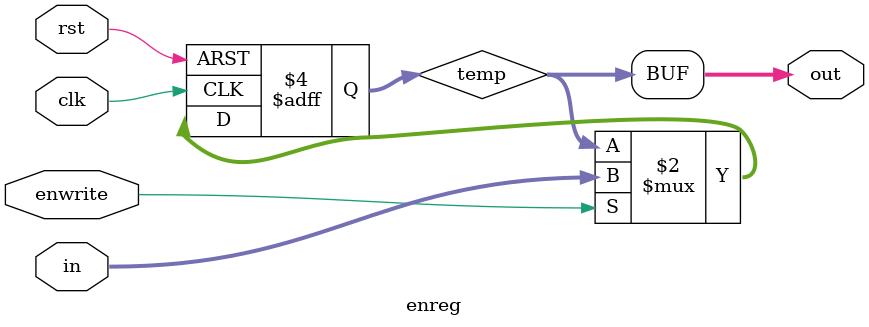
<source format=v>
module enreg #(parameter WIDTH = 8)
    (
    input   clk, 
    input   rst, 
    input   enwrite,
    input   [WIDTH-1:0] in,
    output  [WIDTH-1:0] out);

    reg     [WIDTH-1:0] temp;
    always@(posedge clk, posedge rst) begin
        if (rst)
            temp <= 0;
        else if (enwrite)
            temp <= in;
    end

    assign out = temp;
    
endmodule
</source>
